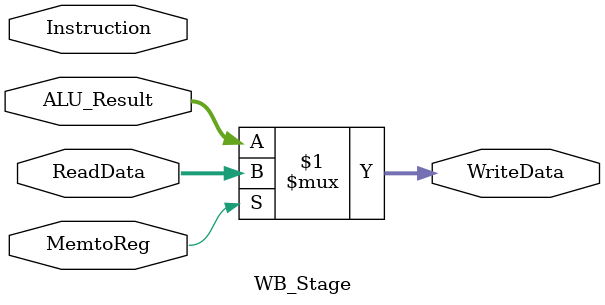
<source format=v>
`timescale 1ns / 1ps

module WB_Stage(
    input MemtoReg,
    input [63:0] ALU_Result,    // From MEM/WB register
    input [63:0] ReadData,      // From MEM/WB register
    // Instruction address
    input [31:0] Instruction, // MEM/WEB register
    
    output [63:0] WriteData     // Data to write to register file
);
    // Mux to select between ALU result and memory data
    assign WriteData = MemtoReg ? ReadData : ALU_Result;
endmodule

</source>
